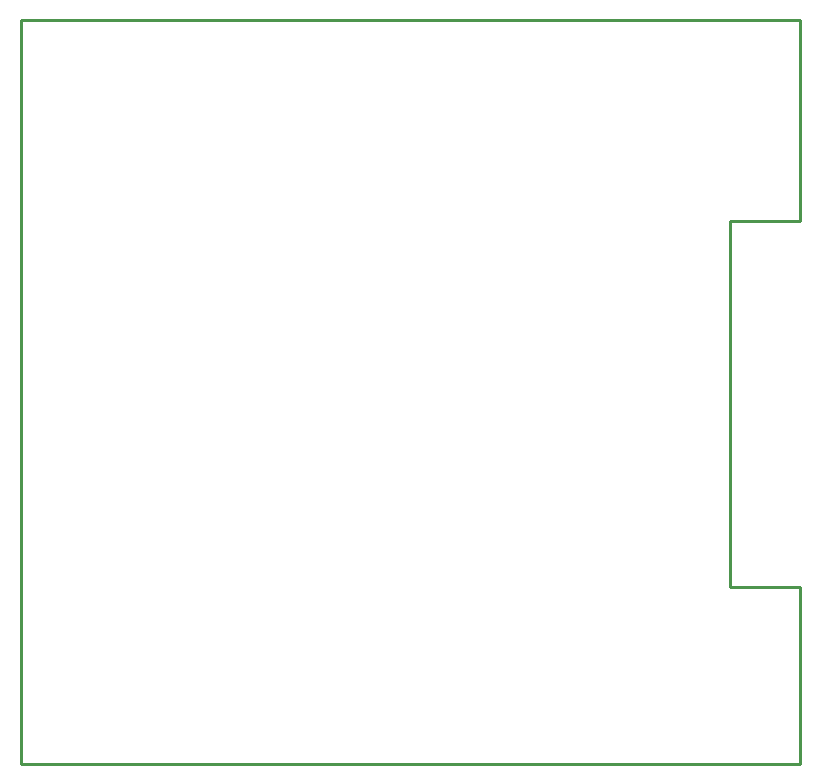
<source format=gm1>
%FSTAX23Y23*%
%MOIN*%
%SFA1B1*%

%IPPOS*%
%ADD10C,0.010000*%
%LNmoveh_messkette_einseitig_v2-1*%
%LPD*%
G54D10*
X0Y0D02*
Y0248D01*
X02598Y01811D02*
Y0248D01*
X02362Y01811D02*
X02598D01*
X02362Y0059D02*
Y01811D01*
Y0059D02*
X02598D01*
Y0D02*
Y0059D01*
X0Y0248D02*
X02598D01*
X0Y0D02*
X02598D01*
M02*
</source>
